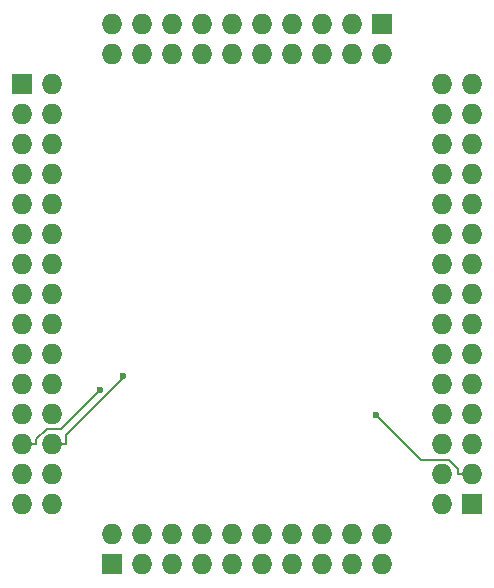
<source format=gbl>
G04 #@! TF.FileFunction,Copper,L2,Bot,Signal*
%FSLAX46Y46*%
G04 Gerber Fmt 4.6, Leading zero omitted, Abs format (unit mm)*
G04 Created by KiCad (PCBNEW (2015-09-08 BZR 6170, Git 6269158)-product) date 8/14/2016 2:55:12 PM*
%MOMM*%
G01*
G04 APERTURE LIST*
%ADD10C,0.100000*%
%ADD11R,1.727200X1.727200*%
%ADD12O,1.727200X1.727200*%
%ADD13C,0.600000*%
%ADD14C,0.200000*%
G04 APERTURE END LIST*
D10*
D11*
X129540000Y-88900000D03*
D12*
X132080000Y-88900000D03*
X129540000Y-91440000D03*
X132080000Y-91440000D03*
X129540000Y-93980000D03*
X132080000Y-93980000D03*
X129540000Y-96520000D03*
X132080000Y-96520000D03*
X129540000Y-99060000D03*
X132080000Y-99060000D03*
X129540000Y-101600000D03*
X132080000Y-101600000D03*
X129540000Y-104140000D03*
X132080000Y-104140000D03*
X129540000Y-106680000D03*
X132080000Y-106680000D03*
X129540000Y-109220000D03*
X132080000Y-109220000D03*
X129540000Y-111760000D03*
X132080000Y-111760000D03*
X129540000Y-114300000D03*
X132080000Y-114300000D03*
X129540000Y-116840000D03*
X132080000Y-116840000D03*
X129540000Y-119380000D03*
X132080000Y-119380000D03*
X129540000Y-121920000D03*
X132080000Y-121920000D03*
X129540000Y-124460000D03*
X132080000Y-124460000D03*
D11*
X137160000Y-129540000D03*
D12*
X137160000Y-127000000D03*
X139700000Y-129540000D03*
X139700000Y-127000000D03*
X142240000Y-129540000D03*
X142240000Y-127000000D03*
X144780000Y-129540000D03*
X144780000Y-127000000D03*
X147320000Y-129540000D03*
X147320000Y-127000000D03*
X149860000Y-129540000D03*
X149860000Y-127000000D03*
X152400000Y-129540000D03*
X152400000Y-127000000D03*
X154940000Y-129540000D03*
X154940000Y-127000000D03*
X157480000Y-129540000D03*
X157480000Y-127000000D03*
X160020000Y-129540000D03*
X160020000Y-127000000D03*
D11*
X167640000Y-124460000D03*
D12*
X165100000Y-124460000D03*
X167640000Y-121920000D03*
X165100000Y-121920000D03*
X167640000Y-119380000D03*
X165100000Y-119380000D03*
X167640000Y-116840000D03*
X165100000Y-116840000D03*
X167640000Y-114300000D03*
X165100000Y-114300000D03*
X167640000Y-111760000D03*
X165100000Y-111760000D03*
X167640000Y-109220000D03*
X165100000Y-109220000D03*
X167640000Y-106680000D03*
X165100000Y-106680000D03*
X167640000Y-104140000D03*
X165100000Y-104140000D03*
X167640000Y-101600000D03*
X165100000Y-101600000D03*
X167640000Y-99060000D03*
X165100000Y-99060000D03*
X167640000Y-96520000D03*
X165100000Y-96520000D03*
X167640000Y-93980000D03*
X165100000Y-93980000D03*
X167640000Y-91440000D03*
X165100000Y-91440000D03*
X167640000Y-88900000D03*
X165100000Y-88900000D03*
D11*
X160020000Y-83820000D03*
D12*
X160020000Y-86360000D03*
X157480000Y-83820000D03*
X157480000Y-86360000D03*
X154940000Y-83820000D03*
X154940000Y-86360000D03*
X152400000Y-83820000D03*
X152400000Y-86360000D03*
X149860000Y-83820000D03*
X149860000Y-86360000D03*
X147320000Y-83820000D03*
X147320000Y-86360000D03*
X144780000Y-83820000D03*
X144780000Y-86360000D03*
X142240000Y-83820000D03*
X142240000Y-86360000D03*
X139700000Y-83820000D03*
X139700000Y-86360000D03*
X137160000Y-83820000D03*
X137160000Y-86360000D03*
D13*
X136133900Y-114812800D03*
X138070200Y-113636000D03*
X159517500Y-116917900D03*
D14*
X130713900Y-119015200D02*
X130713900Y-119380000D01*
X131619100Y-118110000D02*
X130713900Y-119015200D01*
X132836700Y-118110000D02*
X131619100Y-118110000D01*
X136133900Y-114812800D02*
X132836700Y-118110000D01*
X129540000Y-119380000D02*
X130713900Y-119380000D01*
X132080000Y-119380000D02*
X133253900Y-119380000D01*
X138070200Y-113845100D02*
X138070200Y-113636000D01*
X133253900Y-118661400D02*
X138070200Y-113845100D01*
X133253900Y-119380000D02*
X133253900Y-118661400D01*
X167640000Y-121920000D02*
X166466100Y-121920000D01*
X163345700Y-120746100D02*
X159517500Y-116917900D01*
X165659100Y-120746100D02*
X163345700Y-120746100D01*
X166466100Y-121553100D02*
X165659100Y-120746100D01*
X166466100Y-121920000D02*
X166466100Y-121553100D01*
M02*

</source>
